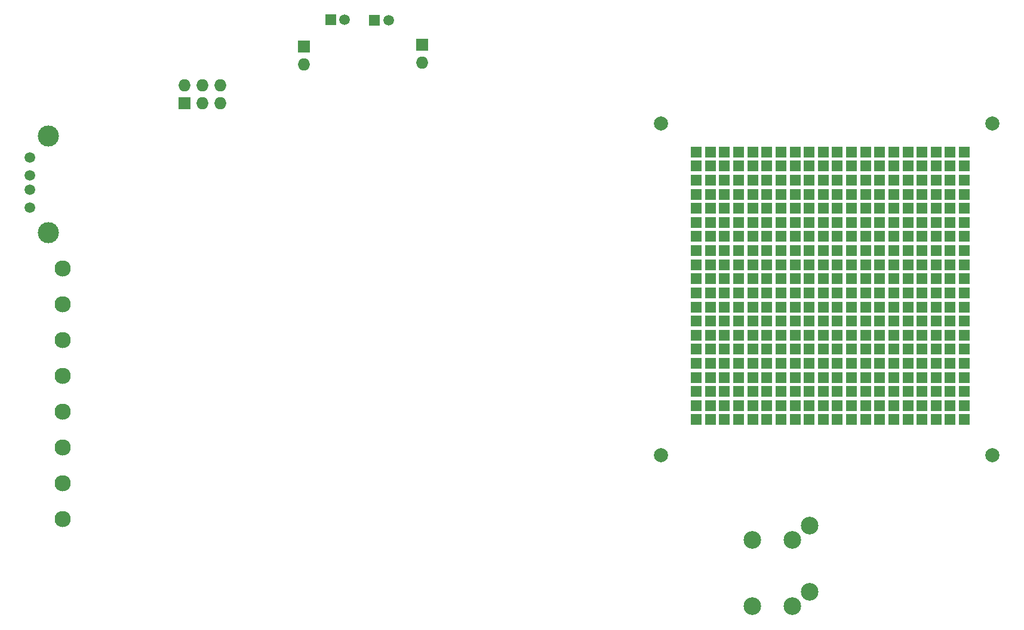
<source format=gbs>
G04 #@! TF.FileFunction,Soldermask,Bot*
%FSLAX46Y46*%
G04 Gerber Fmt 4.6, Leading zero omitted, Abs format (unit mm)*
G04 Created by KiCad (PCBNEW (after 2015-mar-04 BZR unknown)-product) date Wed 13 May 2015 01:15:45 AM EDT*
%MOMM*%
G01*
G04 APERTURE LIST*
%ADD10C,0.100000*%
%ADD11R,1.500000X1.500000*%
%ADD12C,1.500000*%
%ADD13C,1.501140*%
%ADD14C,2.999740*%
%ADD15C,2.300000*%
%ADD16R,1.727200X1.727200*%
%ADD17O,1.727200X1.727200*%
%ADD18R,1.524000X1.524000*%
%ADD19C,2.000000*%
%ADD20C,2.500000*%
G04 APERTURE END LIST*
D10*
D11*
X118770400Y-42697400D03*
D12*
X120770400Y-42697400D03*
D11*
X112522000Y-42672000D03*
D12*
X114522000Y-42672000D03*
D13*
X69850705Y-62229295D03*
X69850705Y-64769295D03*
X69850705Y-66801295D03*
X69850705Y-69341295D03*
D14*
X72517705Y-59181295D03*
X72517705Y-72897295D03*
D15*
X74549000Y-77978000D03*
X74549000Y-83058000D03*
X74549000Y-88138000D03*
X74549000Y-93218000D03*
X74549000Y-98298000D03*
X74549000Y-103378000D03*
X74549000Y-108458000D03*
X74549000Y-113538000D03*
D16*
X125476000Y-46228000D03*
D17*
X125476000Y-48768000D03*
D16*
X108712000Y-46482000D03*
D17*
X108712000Y-49022000D03*
D16*
X91821000Y-54483000D03*
D17*
X91821000Y-51943000D03*
X94361000Y-54483000D03*
X94361000Y-51943000D03*
X96901000Y-54483000D03*
X96901000Y-51943000D03*
D18*
X164380705Y-79398295D03*
X166380705Y-79398295D03*
X170380705Y-79398295D03*
X168380705Y-79398295D03*
X176380705Y-79398295D03*
X178380705Y-79398295D03*
X174380705Y-79398295D03*
X172380705Y-79398295D03*
X182380705Y-79398295D03*
X180380705Y-79398295D03*
X200380705Y-79398295D03*
X202380705Y-79398295D03*
X192380705Y-79398295D03*
X194380705Y-79398295D03*
X198380705Y-79398295D03*
X196380705Y-79398295D03*
X188380705Y-79398295D03*
X190380705Y-79398295D03*
X186380705Y-79398295D03*
X184380705Y-79398295D03*
X184380705Y-77398295D03*
X186380705Y-77398295D03*
X190380705Y-77398295D03*
X188380705Y-77398295D03*
X196380705Y-77398295D03*
X198380705Y-77398295D03*
X194380705Y-77398295D03*
X192380705Y-77398295D03*
X202380705Y-77398295D03*
X200380705Y-77398295D03*
X180380705Y-77398295D03*
X182380705Y-77398295D03*
X172380705Y-77398295D03*
X174380705Y-77398295D03*
X178380705Y-77398295D03*
X176380705Y-77398295D03*
X168380705Y-77398295D03*
X170380705Y-77398295D03*
X166380705Y-77398295D03*
X164380705Y-77398295D03*
X164380705Y-73398295D03*
X166380705Y-73398295D03*
X170380705Y-73398295D03*
X168380705Y-73398295D03*
X176380705Y-73398295D03*
X178380705Y-73398295D03*
X174380705Y-73398295D03*
X172380705Y-73398295D03*
X182380705Y-73398295D03*
X180380705Y-73398295D03*
X200380705Y-73398295D03*
X202380705Y-73398295D03*
X192380705Y-73398295D03*
X194380705Y-73398295D03*
X198380705Y-73398295D03*
X196380705Y-73398295D03*
X188380705Y-73398295D03*
X190380705Y-73398295D03*
X186380705Y-73398295D03*
X184380705Y-73398295D03*
X184380705Y-75398295D03*
X186380705Y-75398295D03*
X190380705Y-75398295D03*
X188380705Y-75398295D03*
X196380705Y-75398295D03*
X198380705Y-75398295D03*
X194380705Y-75398295D03*
X192380705Y-75398295D03*
X202380705Y-75398295D03*
X200380705Y-75398295D03*
X180380705Y-75398295D03*
X182380705Y-75398295D03*
X172380705Y-75398295D03*
X174380705Y-75398295D03*
X178380705Y-75398295D03*
X176380705Y-75398295D03*
X168380705Y-75398295D03*
X170380705Y-75398295D03*
X166380705Y-75398295D03*
X164380705Y-75398295D03*
X164380705Y-67398295D03*
X166380705Y-67398295D03*
X170380705Y-67398295D03*
X168380705Y-67398295D03*
X176380705Y-67398295D03*
X178380705Y-67398295D03*
X174380705Y-67398295D03*
X172380705Y-67398295D03*
X182380705Y-67398295D03*
X180380705Y-67398295D03*
X200380705Y-67398295D03*
X202380705Y-67398295D03*
X192380705Y-67398295D03*
X194380705Y-67398295D03*
X198380705Y-67398295D03*
X196380705Y-67398295D03*
X188380705Y-67398295D03*
X190380705Y-67398295D03*
X186380705Y-67398295D03*
X184380705Y-67398295D03*
X184380705Y-65398295D03*
X186380705Y-65398295D03*
X190380705Y-65398295D03*
X188380705Y-65398295D03*
X196380705Y-65398295D03*
X198380705Y-65398295D03*
X194380705Y-65398295D03*
X192380705Y-65398295D03*
X202380705Y-65398295D03*
X200380705Y-65398295D03*
X180380705Y-65398295D03*
X182380705Y-65398295D03*
X172380705Y-65398295D03*
X174380705Y-65398295D03*
X178380705Y-65398295D03*
X176380705Y-65398295D03*
X168380705Y-65398295D03*
X170380705Y-65398295D03*
X166380705Y-65398295D03*
X164380705Y-65398295D03*
X164380705Y-69398295D03*
X166380705Y-69398295D03*
X170380705Y-69398295D03*
X168380705Y-69398295D03*
X176380705Y-69398295D03*
X178380705Y-69398295D03*
X174380705Y-69398295D03*
X172380705Y-69398295D03*
X182380705Y-69398295D03*
X180380705Y-69398295D03*
X200380705Y-69398295D03*
X202380705Y-69398295D03*
X192380705Y-69398295D03*
X194380705Y-69398295D03*
X198380705Y-69398295D03*
X196380705Y-69398295D03*
X188380705Y-69398295D03*
X190380705Y-69398295D03*
X186380705Y-69398295D03*
X184380705Y-69398295D03*
X184380705Y-71398295D03*
X186380705Y-71398295D03*
X190380705Y-71398295D03*
X188380705Y-71398295D03*
X196380705Y-71398295D03*
X198380705Y-71398295D03*
X194380705Y-71398295D03*
X192380705Y-71398295D03*
X202380705Y-71398295D03*
X200380705Y-71398295D03*
X180380705Y-71398295D03*
X182380705Y-71398295D03*
X172380705Y-71398295D03*
X174380705Y-71398295D03*
X178380705Y-71398295D03*
X176380705Y-71398295D03*
X168380705Y-71398295D03*
X170380705Y-71398295D03*
X166380705Y-71398295D03*
X164380705Y-71398295D03*
X164380705Y-61398295D03*
X166380705Y-61398295D03*
X170380705Y-61398295D03*
X168380705Y-61398295D03*
X176380705Y-61398295D03*
X178380705Y-61398295D03*
X174380705Y-61398295D03*
X172380705Y-61398295D03*
X182380705Y-61398295D03*
X180380705Y-61398295D03*
X200380705Y-61398295D03*
X202380705Y-61398295D03*
X192380705Y-61398295D03*
X194380705Y-61398295D03*
X198380705Y-61398295D03*
X196380705Y-61398295D03*
X188380705Y-61398295D03*
X190380705Y-61398295D03*
X186380705Y-61398295D03*
X184380705Y-61398295D03*
X184380705Y-63398295D03*
X186380705Y-63398295D03*
X190380705Y-63398295D03*
X188380705Y-63398295D03*
X196380705Y-63398295D03*
X198380705Y-63398295D03*
X194380705Y-63398295D03*
X192380705Y-63398295D03*
X202380705Y-63398295D03*
X200380705Y-63398295D03*
X180380705Y-63398295D03*
X182380705Y-63398295D03*
X172380705Y-63398295D03*
X174380705Y-63398295D03*
X178380705Y-63398295D03*
X176380705Y-63398295D03*
X168380705Y-63398295D03*
X170380705Y-63398295D03*
X166380705Y-63398295D03*
X164380705Y-63398295D03*
X164380705Y-83398295D03*
X166380705Y-83398295D03*
X170380705Y-83398295D03*
X168380705Y-83398295D03*
X176380705Y-83398295D03*
X178380705Y-83398295D03*
X174380705Y-83398295D03*
X172380705Y-83398295D03*
X182380705Y-83398295D03*
X180380705Y-83398295D03*
X200380705Y-83398295D03*
X202380705Y-83398295D03*
X192380705Y-83398295D03*
X194380705Y-83398295D03*
X198380705Y-83398295D03*
X196380705Y-83398295D03*
X188380705Y-83398295D03*
X190380705Y-83398295D03*
X186380705Y-83398295D03*
X184380705Y-83398295D03*
X184380705Y-81398295D03*
X186380705Y-81398295D03*
X190380705Y-81398295D03*
X188380705Y-81398295D03*
X196380705Y-81398295D03*
X198380705Y-81398295D03*
X194380705Y-81398295D03*
X192380705Y-81398295D03*
X202380705Y-81398295D03*
X200380705Y-81398295D03*
X180380705Y-81398295D03*
X182380705Y-81398295D03*
X172380705Y-81398295D03*
X174380705Y-81398295D03*
X178380705Y-81398295D03*
X176380705Y-81398295D03*
X168380705Y-81398295D03*
X170380705Y-81398295D03*
X166380705Y-81398295D03*
X164380705Y-81398295D03*
X164380705Y-91398295D03*
X166380705Y-91398295D03*
X170380705Y-91398295D03*
X168380705Y-91398295D03*
X176380705Y-91398295D03*
X178380705Y-91398295D03*
X174380705Y-91398295D03*
X172380705Y-91398295D03*
X182380705Y-91398295D03*
X180380705Y-91398295D03*
X200380705Y-91398295D03*
X202380705Y-91398295D03*
X192380705Y-91398295D03*
X194380705Y-91398295D03*
X198380705Y-91398295D03*
X196380705Y-91398295D03*
X188380705Y-91398295D03*
X190380705Y-91398295D03*
X186380705Y-91398295D03*
X184380705Y-91398295D03*
X184380705Y-89398295D03*
X186380705Y-89398295D03*
X190380705Y-89398295D03*
X188380705Y-89398295D03*
X196380705Y-89398295D03*
X198380705Y-89398295D03*
X194380705Y-89398295D03*
X192380705Y-89398295D03*
X202380705Y-89398295D03*
X200380705Y-89398295D03*
X180380705Y-89398295D03*
X182380705Y-89398295D03*
X172380705Y-89398295D03*
X174380705Y-89398295D03*
X178380705Y-89398295D03*
X176380705Y-89398295D03*
X168380705Y-89398295D03*
X170380705Y-89398295D03*
X166380705Y-89398295D03*
X164380705Y-89398295D03*
X164380705Y-85398295D03*
X166380705Y-85398295D03*
X170380705Y-85398295D03*
X168380705Y-85398295D03*
X176380705Y-85398295D03*
X178380705Y-85398295D03*
X174380705Y-85398295D03*
X172380705Y-85398295D03*
X182380705Y-85398295D03*
X180380705Y-85398295D03*
X200380705Y-85398295D03*
X202380705Y-85398295D03*
X192380705Y-85398295D03*
X194380705Y-85398295D03*
X198380705Y-85398295D03*
X196380705Y-85398295D03*
X188380705Y-85398295D03*
X190380705Y-85398295D03*
X186380705Y-85398295D03*
X184380705Y-85398295D03*
X184380705Y-87398295D03*
X186380705Y-87398295D03*
X190380705Y-87398295D03*
X188380705Y-87398295D03*
X196380705Y-87398295D03*
X198380705Y-87398295D03*
X194380705Y-87398295D03*
X192380705Y-87398295D03*
X202380705Y-87398295D03*
X200380705Y-87398295D03*
X180380705Y-87398295D03*
X182380705Y-87398295D03*
X172380705Y-87398295D03*
X174380705Y-87398295D03*
X178380705Y-87398295D03*
X176380705Y-87398295D03*
X168380705Y-87398295D03*
X170380705Y-87398295D03*
X166380705Y-87398295D03*
X164380705Y-87398295D03*
X164380705Y-95398295D03*
X166380705Y-95398295D03*
X170380705Y-95398295D03*
X168380705Y-95398295D03*
X176380705Y-95398295D03*
X178380705Y-95398295D03*
X174380705Y-95398295D03*
X172380705Y-95398295D03*
X182380705Y-95398295D03*
X180380705Y-95398295D03*
X200380705Y-95398295D03*
X202380705Y-95398295D03*
X192380705Y-95398295D03*
X194380705Y-95398295D03*
X198380705Y-95398295D03*
X196380705Y-95398295D03*
X188380705Y-95398295D03*
X190380705Y-95398295D03*
X186380705Y-95398295D03*
X184380705Y-95398295D03*
X184380705Y-93398295D03*
X186380705Y-93398295D03*
X190380705Y-93398295D03*
X188380705Y-93398295D03*
X196380705Y-93398295D03*
X198380705Y-93398295D03*
X194380705Y-93398295D03*
X192380705Y-93398295D03*
X202380705Y-93398295D03*
X200380705Y-93398295D03*
X180380705Y-93398295D03*
X182380705Y-93398295D03*
X172380705Y-93398295D03*
X174380705Y-93398295D03*
X178380705Y-93398295D03*
X176380705Y-93398295D03*
X168380705Y-93398295D03*
X170380705Y-93398295D03*
X166380705Y-93398295D03*
X164380705Y-93398295D03*
X164380705Y-97398295D03*
X166380705Y-97398295D03*
X170380705Y-97398295D03*
X168380705Y-97398295D03*
X176380705Y-97398295D03*
X178380705Y-97398295D03*
X174380705Y-97398295D03*
X172380705Y-97398295D03*
X182380705Y-97398295D03*
X180380705Y-97398295D03*
X200380705Y-97398295D03*
X202380705Y-97398295D03*
X192380705Y-97398295D03*
X194380705Y-97398295D03*
X198380705Y-97398295D03*
X196380705Y-97398295D03*
X188380705Y-97398295D03*
X190380705Y-97398295D03*
X186380705Y-97398295D03*
X184380705Y-97398295D03*
X184380705Y-99398295D03*
X186380705Y-99398295D03*
X190380705Y-99398295D03*
X188380705Y-99398295D03*
X196380705Y-99398295D03*
X198380705Y-99398295D03*
X194380705Y-99398295D03*
X192380705Y-99398295D03*
X202380705Y-99398295D03*
X200380705Y-99398295D03*
X180380705Y-99398295D03*
X182380705Y-99398295D03*
X172380705Y-99398295D03*
X174380705Y-99398295D03*
X178380705Y-99398295D03*
X176380705Y-99398295D03*
X168380705Y-99398295D03*
X170380705Y-99398295D03*
X166380705Y-99398295D03*
D19*
X159380705Y-104398295D03*
X206380705Y-104398295D03*
X159380705Y-57398295D03*
X206380705Y-57398295D03*
D18*
X164380705Y-99398295D03*
D20*
X180410705Y-123863295D03*
X177960705Y-125863295D03*
X172360705Y-125863295D03*
X180410705Y-114465295D03*
X177960705Y-116465295D03*
X172360705Y-116465295D03*
M02*

</source>
